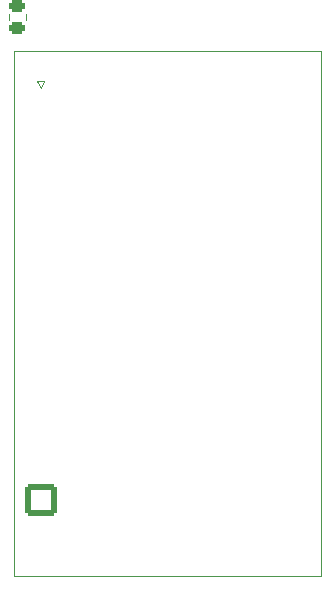
<source format=gbr>
%TF.GenerationSoftware,KiCad,Pcbnew,7.0.2*%
%TF.CreationDate,2023-08-01T17:34:10+02:00*%
%TF.ProjectId,playstation_adapter,706c6179-7374-4617-9469-6f6e5f616461,0.9*%
%TF.SameCoordinates,Original*%
%TF.FileFunction,Legend,Bot*%
%TF.FilePolarity,Positive*%
%FSLAX46Y46*%
G04 Gerber Fmt 4.6, Leading zero omitted, Abs format (unit mm)*
G04 Created by KiCad (PCBNEW 7.0.2) date 2023-08-01 17:34:10*
%MOMM*%
%LPD*%
G01*
G04 APERTURE LIST*
G04 Aperture macros list*
%AMRoundRect*
0 Rectangle with rounded corners*
0 $1 Rounding radius*
0 $2 $3 $4 $5 $6 $7 $8 $9 X,Y pos of 4 corners*
0 Add a 4 corners polygon primitive as box body*
4,1,4,$2,$3,$4,$5,$6,$7,$8,$9,$2,$3,0*
0 Add four circle primitives for the rounded corners*
1,1,$1+$1,$2,$3*
1,1,$1+$1,$4,$5*
1,1,$1+$1,$6,$7*
1,1,$1+$1,$8,$9*
0 Add four rect primitives between the rounded corners*
20,1,$1+$1,$2,$3,$4,$5,0*
20,1,$1+$1,$4,$5,$6,$7,0*
20,1,$1+$1,$6,$7,$8,$9,0*
20,1,$1+$1,$8,$9,$2,$3,0*%
G04 Aperture macros list end*
%ADD10C,0.120000*%
%ADD11C,0.600000*%
%ADD12O,2.000000X0.900000*%
%ADD13R,1.700000X1.700000*%
%ADD14O,1.700000X1.700000*%
%ADD15C,2.200000*%
%ADD16C,2.550000*%
%ADD17C,1.850000*%
%ADD18RoundRect,0.250000X-0.450000X0.262500X-0.450000X-0.262500X0.450000X-0.262500X0.450000X0.262500X0*%
%ADD19RoundRect,0.250001X1.099999X-1.099999X1.099999X1.099999X-1.099999X1.099999X-1.099999X-1.099999X0*%
%ADD20C,2.700000*%
G04 APERTURE END LIST*
D10*
%TO.C,R2*%
X57735000Y-46685436D02*
X57735000Y-47139564D01*
X56265000Y-46685436D02*
X56265000Y-47139564D01*
%TO.C,J4*%
X59300000Y-52330000D02*
X58700000Y-52330000D01*
X58700000Y-52330000D02*
X59000000Y-52930000D01*
X59000000Y-52930000D02*
X59300000Y-52330000D01*
X56750000Y-49750000D02*
X82750000Y-49750000D01*
X82750000Y-49750000D02*
X82750000Y-94250000D01*
X82750000Y-94250000D02*
X56750000Y-94250000D01*
X56750000Y-94250000D02*
X56750000Y-49750000D01*
%TD*%
%LPC*%
D11*
%TO.C,J3*%
X75550000Y-46890000D03*
X75550000Y-41110000D03*
D12*
X75030000Y-48320000D03*
X75030000Y-39680000D03*
%TD*%
D13*
%TO.C,J2*%
X62500000Y-55500000D03*
D14*
X62500000Y-58040000D03*
X62500000Y-60580000D03*
X62500000Y-63120000D03*
X62500000Y-65660000D03*
X62500000Y-68200000D03*
X62500000Y-70740000D03*
X62500000Y-73280000D03*
X62500000Y-75820000D03*
X62500000Y-78360000D03*
X62500000Y-80900000D03*
X62500000Y-83440000D03*
X62500000Y-85980000D03*
X62500000Y-88520000D03*
X62500000Y-91060000D03*
%TD*%
D15*
%TO.C,SWD1*%
X74135000Y-91770000D03*
D16*
X67865000Y-89230000D03*
D17*
X69095000Y-91770000D03*
X70365000Y-89230000D03*
X71635000Y-91770000D03*
X72905000Y-89230000D03*
%TD*%
D13*
%TO.C,J1*%
X79500000Y-80960000D03*
D14*
X79500000Y-83500000D03*
X79500000Y-86040000D03*
%TD*%
D18*
%TO.C,R2*%
X57000000Y-46000000D03*
X57000000Y-47825000D03*
%TD*%
D19*
%TO.C,J4*%
X59000000Y-87840000D03*
D20*
X59000000Y-83880000D03*
X59000000Y-79920000D03*
X59000000Y-75960000D03*
X59000000Y-72000000D03*
X59000000Y-68040000D03*
X59000000Y-64080000D03*
X59000000Y-60120000D03*
X59000000Y-56160000D03*
%TD*%
%LPD*%
M02*

</source>
